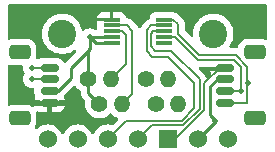
<source format=gtl>
%TF.GenerationSoftware,KiCad,Pcbnew,7.0.1-3b83917a11~172~ubuntu20.04.1*%
%TF.CreationDate,2023-03-30T19:27:03-04:00*%
%TF.ProjectId,I2C-ToF-Companion,4932432d-546f-4462-9d43-6f6d70616e69,rev?*%
%TF.SameCoordinates,Original*%
%TF.FileFunction,Copper,L1,Top*%
%TF.FilePolarity,Positive*%
%FSLAX46Y46*%
G04 Gerber Fmt 4.6, Leading zero omitted, Abs format (unit mm)*
G04 Created by KiCad (PCBNEW 7.0.1-3b83917a11~172~ubuntu20.04.1) date 2023-03-30 19:27:03*
%MOMM*%
%LPD*%
G01*
G04 APERTURE LIST*
G04 Aperture macros list*
%AMRoundRect*
0 Rectangle with rounded corners*
0 $1 Rounding radius*
0 $2 $3 $4 $5 $6 $7 $8 $9 X,Y pos of 4 corners*
0 Add a 4 corners polygon primitive as box body*
4,1,4,$2,$3,$4,$5,$6,$7,$8,$9,$2,$3,0*
0 Add four circle primitives for the rounded corners*
1,1,$1+$1,$2,$3*
1,1,$1+$1,$4,$5*
1,1,$1+$1,$6,$7*
1,1,$1+$1,$8,$9*
0 Add four rect primitives between the rounded corners*
20,1,$1+$1,$2,$3,$4,$5,0*
20,1,$1+$1,$4,$5,$6,$7,0*
20,1,$1+$1,$6,$7,$8,$9,0*
20,1,$1+$1,$8,$9,$2,$3,0*%
G04 Aperture macros list end*
%TA.AperFunction,WasherPad*%
%ADD10C,2.400000*%
%TD*%
%TA.AperFunction,SMDPad,CuDef*%
%ADD11R,1.425000X0.300000*%
%TD*%
%TA.AperFunction,ComponentPad*%
%ADD12C,1.400000*%
%TD*%
%TA.AperFunction,ComponentPad*%
%ADD13O,1.400000X1.400000*%
%TD*%
%TA.AperFunction,ComponentPad*%
%ADD14C,1.524000*%
%TD*%
%TA.AperFunction,ComponentPad*%
%ADD15R,1.524000X1.524000*%
%TD*%
%TA.AperFunction,SMDPad,CuDef*%
%ADD16RoundRect,0.150000X0.625000X-0.150000X0.625000X0.150000X-0.625000X0.150000X-0.625000X-0.150000X0*%
%TD*%
%TA.AperFunction,SMDPad,CuDef*%
%ADD17RoundRect,0.250000X0.650000X-0.350000X0.650000X0.350000X-0.650000X0.350000X-0.650000X-0.350000X0*%
%TD*%
%TA.AperFunction,SMDPad,CuDef*%
%ADD18RoundRect,0.150000X-0.625000X0.150000X-0.625000X-0.150000X0.625000X-0.150000X0.625000X0.150000X0*%
%TD*%
%TA.AperFunction,SMDPad,CuDef*%
%ADD19RoundRect,0.250000X-0.650000X0.350000X-0.650000X-0.350000X0.650000X-0.350000X0.650000X0.350000X0*%
%TD*%
%TA.AperFunction,ViaPad*%
%ADD20C,0.500000*%
%TD*%
%TA.AperFunction,Conductor*%
%ADD21C,0.127000*%
%TD*%
%TA.AperFunction,Conductor*%
%ADD22C,0.200000*%
%TD*%
%TA.AperFunction,Conductor*%
%ADD23C,0.250000*%
%TD*%
G04 APERTURE END LIST*
D10*
X154990800Y-71069200D03*
D11*
X146378000Y-69866000D03*
X146378000Y-70366000D03*
X146378000Y-70866000D03*
X146378000Y-71366000D03*
X146378000Y-71866000D03*
X150802000Y-71866000D03*
X150802000Y-71366000D03*
X150802000Y-70866000D03*
X150802000Y-70366000D03*
X150802000Y-69866000D03*
D12*
X145343800Y-77012800D03*
D13*
X147243800Y-77012800D03*
D14*
X156210000Y-80010000D03*
X153670000Y-80010000D03*
D15*
X151130000Y-80010000D03*
D14*
X148590000Y-80010000D03*
X146050000Y-80010000D03*
X143510000Y-80010000D03*
X140970000Y-80010000D03*
D12*
X144412800Y-74904600D03*
D13*
X146312800Y-74904600D03*
D12*
X149285200Y-74904600D03*
D13*
X151185200Y-74904600D03*
D16*
X141122400Y-76930000D03*
X141122400Y-75930000D03*
X141122400Y-74930000D03*
X141122400Y-73930000D03*
D17*
X138597400Y-78230000D03*
X138597400Y-72630000D03*
D10*
X142189200Y-71069200D03*
D18*
X155977200Y-73938000D03*
X155977200Y-74938000D03*
X155977200Y-75938000D03*
X155977200Y-76938000D03*
D19*
X158502200Y-72638000D03*
X158502200Y-78238000D03*
D12*
X150114600Y-77012800D03*
D13*
X152014600Y-77012800D03*
D20*
X143205200Y-78054200D03*
X144526000Y-71374000D03*
X155143200Y-78486000D03*
X144526000Y-69850000D03*
X157327600Y-75946000D03*
X139598400Y-74930000D03*
X139623800Y-73939400D03*
X157886400Y-75260200D03*
D21*
X148590000Y-80010000D02*
X149799124Y-78800876D01*
X149799124Y-78800876D02*
X152435476Y-78800876D01*
X152435476Y-78800876D02*
X153822400Y-77413952D01*
X153822400Y-77413952D02*
X153822400Y-74909848D01*
X151429552Y-72517000D02*
X150063500Y-72517000D01*
X153822400Y-74909848D02*
X151429552Y-72517000D01*
X149679000Y-72132500D02*
X149679000Y-71099500D01*
X150063500Y-72517000D02*
X149679000Y-72132500D01*
X149679000Y-71099500D02*
X149912500Y-70866000D01*
X149912500Y-70866000D02*
X150802000Y-70866000D01*
X146050000Y-80010000D02*
X147586124Y-78473876D01*
X147586124Y-78473876D02*
X152300028Y-78473876D01*
X152300028Y-78473876D02*
X153390600Y-77383304D01*
X153390600Y-77383304D02*
X153390600Y-75234800D01*
X153390600Y-75234800D02*
X151155400Y-72999600D01*
X149352000Y-72517000D02*
X149352000Y-70764400D01*
X149352000Y-70764400D02*
X149750400Y-70366000D01*
X151155400Y-72999600D02*
X149834600Y-72999600D01*
X149834600Y-72999600D02*
X149352000Y-72517000D01*
X149750400Y-70366000D02*
X150802000Y-70366000D01*
D22*
X146378000Y-70366000D02*
X147658200Y-70366000D01*
X147658200Y-70366000D02*
X148107400Y-70815200D01*
X148107400Y-76149200D02*
X147243800Y-77012800D01*
X148107400Y-70815200D02*
X148107400Y-76149200D01*
D23*
X144526000Y-72339200D02*
X142925800Y-73939400D01*
X144526000Y-71374000D02*
X144526000Y-72339200D01*
X141849600Y-75930000D02*
X141122400Y-75930000D01*
X142925800Y-73939400D02*
X142925800Y-74853800D01*
X142925800Y-74853800D02*
X141849600Y-75930000D01*
D22*
X146312800Y-74904600D02*
X147616800Y-73600600D01*
X146378000Y-70866000D02*
X147267500Y-70866000D01*
X147267500Y-70866000D02*
X147616800Y-71215300D01*
X147616800Y-71215300D02*
X147616800Y-73600600D01*
D23*
X144412800Y-76081800D02*
X145343800Y-77012800D01*
X145558000Y-71866000D02*
X146378000Y-71866000D01*
X145542000Y-71882000D02*
X145558000Y-71866000D01*
X144526000Y-71374000D02*
X146370000Y-71374000D01*
X155194000Y-78486000D02*
X153670000Y-80010000D01*
X144412800Y-74904600D02*
X144412800Y-76081800D01*
X144526000Y-71374000D02*
X145034000Y-71882000D01*
X145034000Y-71882000D02*
X145542000Y-71882000D01*
X154686000Y-77978000D02*
X154686000Y-75590400D01*
X144412800Y-72409951D02*
X144412800Y-74904600D01*
X154686000Y-75590400D02*
X155338400Y-74938000D01*
X144526000Y-72296751D02*
X144412800Y-72409951D01*
X155194000Y-78486000D02*
X154686000Y-77978000D01*
X144526000Y-71374000D02*
X144526000Y-72296751D01*
X144542000Y-69866000D02*
X144526000Y-69850000D01*
D22*
X154228800Y-77521618D02*
X151740418Y-80010000D01*
D23*
X144526000Y-69850000D02*
X146362000Y-69850000D01*
D22*
X154228800Y-75275004D02*
X154228800Y-77521618D01*
X155565804Y-73938000D02*
X154228800Y-75275004D01*
X157327600Y-73877004D02*
X156704196Y-73253600D01*
D21*
X150802000Y-71366000D02*
X151706200Y-71366000D01*
D22*
X157319600Y-75938000D02*
X157327600Y-75946000D01*
X153652100Y-73253600D02*
X156704196Y-73253600D01*
X139598400Y-74930000D02*
X141122400Y-74930000D01*
X157327600Y-75946000D02*
X157327600Y-73877004D01*
X151764500Y-71366000D02*
X150802000Y-71366000D01*
X151764500Y-71366000D02*
X153652100Y-73253600D01*
X155977200Y-75938000D02*
X157319600Y-75938000D01*
X139633200Y-73930000D02*
X139623800Y-73939400D01*
X156869882Y-72853600D02*
X153817786Y-72853600D01*
X141122400Y-73930000D02*
X139633200Y-73930000D01*
X151603200Y-69866000D02*
X150802000Y-69866000D01*
X157861000Y-76924067D02*
X157877600Y-76907467D01*
D21*
X150802000Y-69866000D02*
X151691500Y-69866000D01*
D22*
X155977200Y-76938000D02*
X157847067Y-76938000D01*
X153817786Y-72853600D02*
X152019000Y-71054814D01*
X157847067Y-76938000D02*
X157861000Y-76924067D01*
X152019000Y-70281800D02*
X151603200Y-69866000D01*
X152019000Y-71054814D02*
X152019000Y-70281800D01*
X157877600Y-73861318D02*
X156869882Y-72853600D01*
X157877600Y-76907467D02*
X157877600Y-73861318D01*
%TA.AperFunction,Conductor*%
G36*
X137745304Y-73703663D02*
G01*
X137794602Y-73719999D01*
X137802825Y-73720839D01*
X137897391Y-73730500D01*
X138753332Y-73730499D01*
X138819304Y-73749505D01*
X138865052Y-73800697D01*
X138876552Y-73868383D01*
X138868550Y-73939399D01*
X138887486Y-74107456D01*
X138887486Y-74107458D01*
X138887487Y-74107459D01*
X138943344Y-74267090D01*
X138994308Y-74348199D01*
X138994508Y-74348516D01*
X139013514Y-74414488D01*
X138994508Y-74480460D01*
X138917944Y-74602309D01*
X138862086Y-74761943D01*
X138843150Y-74929999D01*
X138862086Y-75098056D01*
X138862086Y-75098058D01*
X138862087Y-75098059D01*
X138917944Y-75257690D01*
X139007923Y-75400890D01*
X139127510Y-75520477D01*
X139270710Y-75610456D01*
X139430341Y-75666313D01*
X139598400Y-75685249D01*
X139709016Y-75672786D01*
X139776701Y-75684286D01*
X139827894Y-75730034D01*
X139846900Y-75796006D01*
X139846900Y-76145692D01*
X139849802Y-76182572D01*
X139895655Y-76340396D01*
X139895656Y-76340398D01*
X139904992Y-76356184D01*
X139911607Y-76367370D01*
X139928874Y-76430488D01*
X139911608Y-76493608D01*
X139896117Y-76519802D01*
X139850300Y-76677507D01*
X139850104Y-76679999D01*
X139850105Y-76680000D01*
X140213352Y-76680000D01*
X140247947Y-76684924D01*
X140394827Y-76727597D01*
X140394831Y-76727598D01*
X140431706Y-76730500D01*
X141813092Y-76730500D01*
X141813094Y-76730500D01*
X141849969Y-76727598D01*
X141937227Y-76702247D01*
X141996853Y-76684924D01*
X142031448Y-76680000D01*
X142394695Y-76680000D01*
X142394695Y-76679999D01*
X142394499Y-76677511D01*
X142348680Y-76519799D01*
X142333193Y-76493611D01*
X142315925Y-76430489D01*
X142333193Y-76367369D01*
X142349144Y-76340398D01*
X142350642Y-76335240D01*
X142382037Y-76282151D01*
X143178508Y-75485680D01*
X143228141Y-75455344D01*
X143286150Y-75450980D01*
X143339765Y-75473552D01*
X143377185Y-75518089D01*
X143378027Y-75519778D01*
X143387743Y-75539291D01*
X143521817Y-75716835D01*
X143686239Y-75866725D01*
X143728578Y-75892941D01*
X143771629Y-75938028D01*
X143787300Y-75998367D01*
X143787300Y-75999056D01*
X143785035Y-76019562D01*
X143787239Y-76089673D01*
X143787300Y-76093568D01*
X143787300Y-76121149D01*
X143787803Y-76125134D01*
X143788718Y-76136767D01*
X143790090Y-76180426D01*
X143795679Y-76199660D01*
X143799625Y-76218716D01*
X143802135Y-76238592D01*
X143818214Y-76279204D01*
X143821997Y-76290251D01*
X143834182Y-76332191D01*
X143844380Y-76349435D01*
X143852936Y-76366900D01*
X143860314Y-76385532D01*
X143860315Y-76385533D01*
X143885980Y-76420859D01*
X143892393Y-76430622D01*
X143914626Y-76468216D01*
X143914629Y-76468219D01*
X143914630Y-76468220D01*
X143928795Y-76482385D01*
X143941427Y-76497175D01*
X143953206Y-76513387D01*
X143960960Y-76519802D01*
X143986858Y-76541226D01*
X143995499Y-76549089D01*
X144124654Y-76678244D01*
X144156991Y-76734753D01*
X144156474Y-76779519D01*
X144159745Y-76779823D01*
X144138157Y-77012799D01*
X144158685Y-77234337D01*
X144219569Y-77448326D01*
X144318741Y-77647488D01*
X144452819Y-77825037D01*
X144617237Y-77974924D01*
X144806395Y-78092045D01*
X144806397Y-78092045D01*
X144806399Y-78092047D01*
X145013860Y-78172418D01*
X145232557Y-78213300D01*
X145455041Y-78213300D01*
X145455043Y-78213300D01*
X145673740Y-78172418D01*
X145881201Y-78092047D01*
X146070362Y-77974924D01*
X146210263Y-77847386D01*
X146263555Y-77818770D01*
X146324045Y-77818770D01*
X146377336Y-77847386D01*
X146435948Y-77900818D01*
X146517240Y-77974926D01*
X146706395Y-78092045D01*
X146706397Y-78092045D01*
X146706399Y-78092047D01*
X146863343Y-78152847D01*
X146913023Y-78188159D01*
X146939877Y-78242879D01*
X146937414Y-78303782D01*
X146906228Y-78356154D01*
X146502389Y-78759993D01*
X146446801Y-78792087D01*
X146382616Y-78792087D01*
X146270068Y-78761930D01*
X146270067Y-78761929D01*
X146270064Y-78761929D01*
X146049999Y-78742676D01*
X145829934Y-78761929D01*
X145616548Y-78819106D01*
X145416338Y-78912466D01*
X145235379Y-79039174D01*
X145079174Y-79195379D01*
X144952466Y-79376338D01*
X144892382Y-79505189D01*
X144846625Y-79557365D01*
X144780000Y-79576784D01*
X144713375Y-79557365D01*
X144667618Y-79505189D01*
X144623834Y-79411295D01*
X144607534Y-79376339D01*
X144480826Y-79195380D01*
X144324620Y-79039174D01*
X144143662Y-78912466D01*
X144132656Y-78907334D01*
X143943451Y-78819106D01*
X143730065Y-78761929D01*
X143509999Y-78742676D01*
X143289934Y-78761929D01*
X143076548Y-78819106D01*
X142876338Y-78912466D01*
X142695379Y-79039174D01*
X142539174Y-79195379D01*
X142412466Y-79376338D01*
X142352382Y-79505189D01*
X142306625Y-79557365D01*
X142240000Y-79576784D01*
X142173375Y-79557365D01*
X142127618Y-79505189D01*
X142083834Y-79411295D01*
X142067534Y-79376339D01*
X141940826Y-79195380D01*
X141784620Y-79039174D01*
X141603662Y-78912466D01*
X141592656Y-78907334D01*
X141403451Y-78819106D01*
X141190065Y-78761929D01*
X140969999Y-78742676D01*
X140749934Y-78761929D01*
X140536548Y-78819106D01*
X140336338Y-78912466D01*
X140155381Y-79039172D01*
X140098056Y-79096498D01*
X140047088Y-79127257D01*
X139987659Y-79130718D01*
X139933465Y-79106083D01*
X139896998Y-79059031D01*
X139886661Y-79000406D01*
X139904837Y-78943719D01*
X139932214Y-78899334D01*
X139987399Y-78732797D01*
X139997900Y-78630009D01*
X139997899Y-77829992D01*
X139991308Y-77765475D01*
X140003003Y-77698956D01*
X140047828Y-77648431D01*
X140112484Y-77628895D01*
X140177787Y-77646144D01*
X140237202Y-77681282D01*
X140394906Y-77727099D01*
X140431761Y-77730000D01*
X140872400Y-77730000D01*
X140872400Y-77180000D01*
X141372400Y-77180000D01*
X141372400Y-77730000D01*
X141813039Y-77730000D01*
X141849893Y-77727099D01*
X142007597Y-77681282D01*
X142148957Y-77597682D01*
X142265082Y-77481557D01*
X142348680Y-77340200D01*
X142394499Y-77182488D01*
X142394695Y-77180000D01*
X141372400Y-77180000D01*
X140872400Y-77180000D01*
X139850105Y-77180000D01*
X139834572Y-77196802D01*
X139833480Y-77202283D01*
X139787672Y-77251727D01*
X139722767Y-77269904D01*
X139657942Y-77251443D01*
X139566734Y-77195186D01*
X139400197Y-77140000D01*
X139297409Y-77129500D01*
X137897391Y-77129500D01*
X137794603Y-77140000D01*
X137745304Y-77156337D01*
X137687437Y-77161188D01*
X137633707Y-77139161D01*
X137595897Y-77095087D01*
X137582300Y-77038631D01*
X137582300Y-73821369D01*
X137595897Y-73764913D01*
X137633707Y-73720839D01*
X137687437Y-73698812D01*
X137745304Y-73703663D01*
G37*
%TD.AperFunction*%
%TA.AperFunction,Conductor*%
G36*
X156165200Y-73870713D02*
G01*
X156210587Y-73916100D01*
X156227200Y-73978100D01*
X156227200Y-74013500D01*
X156210587Y-74075500D01*
X156165200Y-74120887D01*
X156103200Y-74137500D01*
X155286506Y-74137500D01*
X155274214Y-74138467D01*
X155249627Y-74140402D01*
X155102747Y-74183076D01*
X155068152Y-74188000D01*
X154704904Y-74188000D01*
X154705100Y-74190488D01*
X154750919Y-74348199D01*
X154766407Y-74374389D01*
X154783674Y-74437508D01*
X154766408Y-74500627D01*
X154750455Y-74527602D01*
X154712756Y-74657362D01*
X154681361Y-74710447D01*
X154578472Y-74813336D01*
X154526786Y-74844316D01*
X154466600Y-74847272D01*
X154412126Y-74821508D01*
X154376230Y-74773108D01*
X154359587Y-74732930D01*
X154315053Y-74625415D01*
X154296901Y-74601759D01*
X154224650Y-74507598D01*
X154201504Y-74489837D01*
X154189312Y-74479144D01*
X153775950Y-74065781D01*
X153745700Y-74016418D01*
X153741158Y-73958702D01*
X153763313Y-73905215D01*
X153807336Y-73867615D01*
X153863631Y-73854100D01*
X156103200Y-73854100D01*
X156165200Y-73870713D01*
G37*
%TD.AperFunction*%
%TA.AperFunction,Conductor*%
G36*
X159484900Y-68597113D02*
G01*
X159530287Y-68642500D01*
X159546900Y-68704500D01*
X159546900Y-71456440D01*
X159533303Y-71512896D01*
X159495493Y-71556970D01*
X159441762Y-71578997D01*
X159383898Y-71574146D01*
X159329628Y-71556163D01*
X159304995Y-71548000D01*
X159202209Y-71537500D01*
X157802191Y-71537500D01*
X157699403Y-71548000D01*
X157532865Y-71603186D01*
X157383542Y-71695288D01*
X157259488Y-71819342D01*
X157167386Y-71968665D01*
X157112200Y-72135202D01*
X157110597Y-72150901D01*
X157087061Y-72211862D01*
X157035802Y-72252393D01*
X156971056Y-72261237D01*
X156948977Y-72258331D01*
X156948976Y-72258330D01*
X156869882Y-72247917D01*
X156842045Y-72251582D01*
X156838579Y-72252039D01*
X156822395Y-72253100D01*
X156479181Y-72253100D01*
X156413209Y-72234094D01*
X156367461Y-72182901D01*
X156355961Y-72115216D01*
X156382234Y-72051787D01*
X156399759Y-72029812D01*
X156527193Y-71809088D01*
X156620308Y-71571837D01*
X156677022Y-71323357D01*
X156696068Y-71069200D01*
X156677022Y-70815043D01*
X156620308Y-70566563D01*
X156527193Y-70329312D01*
X156399759Y-70108588D01*
X156240850Y-69909323D01*
X156054017Y-69735968D01*
X155843434Y-69592395D01*
X155613804Y-69481811D01*
X155370258Y-69406687D01*
X155118235Y-69368700D01*
X154863365Y-69368700D01*
X154611342Y-69406687D01*
X154367796Y-69481811D01*
X154138166Y-69592395D01*
X154045401Y-69655641D01*
X153927581Y-69735969D01*
X153800276Y-69854091D01*
X153740750Y-69909323D01*
X153695304Y-69966311D01*
X153581838Y-70108592D01*
X153454408Y-70329308D01*
X153361292Y-70566562D01*
X153304577Y-70815045D01*
X153285531Y-71069200D01*
X153293197Y-71171495D01*
X153283198Y-71230348D01*
X153246857Y-71277708D01*
X153192597Y-71302599D01*
X153132994Y-71299252D01*
X153081863Y-71268442D01*
X152655819Y-70842398D01*
X152628939Y-70802170D01*
X152619500Y-70754717D01*
X152619500Y-70329287D01*
X152620561Y-70313101D01*
X152624682Y-70281799D01*
X152621964Y-70261160D01*
X152604044Y-70125038D01*
X152543536Y-69978959D01*
X152493346Y-69913550D01*
X152447722Y-69854091D01*
X152447282Y-69853517D01*
X152422229Y-69834294D01*
X152410034Y-69823599D01*
X152213014Y-69626579D01*
X152186134Y-69586351D01*
X152184153Y-69581567D01*
X152093750Y-69463750D01*
X151975933Y-69373347D01*
X151964715Y-69368700D01*
X151929423Y-69354081D01*
X151911445Y-69343702D01*
X151832799Y-69311125D01*
X151793511Y-69294852D01*
X151766658Y-69279560D01*
X151756831Y-69272204D01*
X151756828Y-69272203D01*
X151756827Y-69272202D01*
X151621985Y-69221909D01*
X151602112Y-69219772D01*
X151562373Y-69215500D01*
X151562369Y-69215500D01*
X150041630Y-69215500D01*
X149982015Y-69221909D01*
X149847169Y-69272204D01*
X149731954Y-69358454D01*
X149645704Y-69473668D01*
X149601755Y-69591501D01*
X149595409Y-69608517D01*
X149590343Y-69655641D01*
X149589000Y-69668131D01*
X149589000Y-69739530D01*
X149579561Y-69786983D01*
X149552681Y-69827211D01*
X149512452Y-69854091D01*
X149465967Y-69873345D01*
X149382076Y-69937716D01*
X149382075Y-69937719D01*
X149348149Y-69963750D01*
X149330394Y-69986888D01*
X149319701Y-69999080D01*
X148985080Y-70333701D01*
X148972888Y-70344394D01*
X148949749Y-70362150D01*
X148914598Y-70407958D01*
X148914588Y-70407973D01*
X148859345Y-70479968D01*
X148853099Y-70495048D01*
X148814024Y-70545971D01*
X148754723Y-70570533D01*
X148691086Y-70562155D01*
X148640163Y-70523080D01*
X148583421Y-70449133D01*
X148583420Y-70449132D01*
X148535682Y-70386917D01*
X148510629Y-70367694D01*
X148498434Y-70356999D01*
X148116399Y-69974964D01*
X148105703Y-69962768D01*
X148086481Y-69937716D01*
X147961041Y-69841464D01*
X147823508Y-69784496D01*
X147818712Y-69782509D01*
X147815412Y-69781014D01*
X147696257Y-69765327D01*
X147644989Y-69746436D01*
X147606817Y-69707344D01*
X147589152Y-69655641D01*
X147584097Y-69608624D01*
X147533852Y-69473910D01*
X147447688Y-69358811D01*
X147332589Y-69272647D01*
X147197875Y-69222402D01*
X147138324Y-69216000D01*
X146528000Y-69216000D01*
X146528000Y-69591500D01*
X146511388Y-69653499D01*
X146466001Y-69698886D01*
X146404002Y-69715500D01*
X146378002Y-69715500D01*
X146352000Y-69715500D01*
X146290001Y-69698889D01*
X146244613Y-69653502D01*
X146228000Y-69591501D01*
X146228000Y-69216000D01*
X145617676Y-69216000D01*
X145558124Y-69222402D01*
X145423410Y-69272647D01*
X145308311Y-69358811D01*
X145222147Y-69473910D01*
X145171902Y-69608624D01*
X145165500Y-69668176D01*
X145165500Y-69716000D01*
X145166872Y-69716000D01*
X145232039Y-69734505D01*
X145277756Y-69784496D01*
X145290378Y-69851053D01*
X145266139Y-69914311D01*
X145227212Y-69966311D01*
X145183449Y-70002884D01*
X145177120Y-70004379D01*
X145165500Y-70016000D01*
X145165500Y-70063828D01*
X145169431Y-70100400D01*
X145169431Y-70126904D01*
X145165000Y-70168127D01*
X145165000Y-70563871D01*
X145169179Y-70602746D01*
X145169179Y-70629250D01*
X145168265Y-70637753D01*
X145147666Y-70694002D01*
X145103103Y-70734031D01*
X145044975Y-70748500D01*
X144976876Y-70748500D01*
X144910904Y-70729494D01*
X144853690Y-70693544D01*
X144753362Y-70658438D01*
X144694059Y-70637687D01*
X144694058Y-70637686D01*
X144694056Y-70637686D01*
X144526000Y-70618750D01*
X144357943Y-70637686D01*
X144270948Y-70668127D01*
X144198310Y-70693544D01*
X144055110Y-70783523D01*
X144055108Y-70783524D01*
X144043280Y-70790957D01*
X144041679Y-70788410D01*
X144004880Y-70809422D01*
X143939584Y-70808500D01*
X143883812Y-70774533D01*
X143853031Y-70716943D01*
X143818708Y-70566563D01*
X143725593Y-70329312D01*
X143598159Y-70108588D01*
X143439250Y-69909323D01*
X143252417Y-69735968D01*
X143041834Y-69592395D01*
X142812204Y-69481811D01*
X142568658Y-69406687D01*
X142316635Y-69368700D01*
X142061765Y-69368700D01*
X141809742Y-69406687D01*
X141566196Y-69481811D01*
X141336566Y-69592395D01*
X141243801Y-69655641D01*
X141125981Y-69735969D01*
X140998676Y-69854091D01*
X140939150Y-69909323D01*
X140893704Y-69966311D01*
X140780238Y-70108592D01*
X140652808Y-70329308D01*
X140559692Y-70566562D01*
X140502977Y-70815045D01*
X140483931Y-71069200D01*
X140502977Y-71323354D01*
X140559692Y-71571837D01*
X140652808Y-71809091D01*
X140745082Y-71968915D01*
X140780241Y-72029812D01*
X140939150Y-72229077D01*
X141125983Y-72402432D01*
X141336566Y-72546005D01*
X141566196Y-72656589D01*
X141809742Y-72731713D01*
X142061765Y-72769700D01*
X142316635Y-72769700D01*
X142568658Y-72731713D01*
X142812204Y-72656589D01*
X143041834Y-72546005D01*
X143183571Y-72449370D01*
X143240305Y-72428520D01*
X143300158Y-72436969D01*
X143348905Y-72472712D01*
X143374962Y-72527254D01*
X143372138Y-72587634D01*
X143341102Y-72639505D01*
X142542008Y-73438599D01*
X142525908Y-73451497D01*
X142505787Y-73472924D01*
X142458313Y-73504374D01*
X142401788Y-73511288D01*
X142348134Y-73492208D01*
X142308667Y-73451159D01*
X142265481Y-73378135D01*
X142149265Y-73261919D01*
X142141110Y-73257096D01*
X142007797Y-73178255D01*
X141849972Y-73132402D01*
X141827843Y-73130660D01*
X141813094Y-73129500D01*
X140431706Y-73129500D01*
X140419414Y-73130467D01*
X140394827Y-73132402D01*
X140237000Y-73178255D01*
X140177850Y-73213237D01*
X140112547Y-73230486D01*
X140047891Y-73210949D01*
X140003067Y-73160424D01*
X139991372Y-73093904D01*
X139997900Y-73030009D01*
X139997899Y-72229992D01*
X139997805Y-72229076D01*
X139987399Y-72127203D01*
X139972884Y-72083401D01*
X139932214Y-71960666D01*
X139860819Y-71844915D01*
X139840111Y-71811342D01*
X139716057Y-71687288D01*
X139566734Y-71595186D01*
X139400197Y-71540000D01*
X139297409Y-71529500D01*
X137897391Y-71529500D01*
X137794603Y-71540000D01*
X137745304Y-71556337D01*
X137687437Y-71561188D01*
X137633707Y-71539161D01*
X137595897Y-71495087D01*
X137582300Y-71438631D01*
X137582300Y-68704500D01*
X137598913Y-68642500D01*
X137644300Y-68597113D01*
X137706300Y-68580500D01*
X159422900Y-68580500D01*
X159484900Y-68597113D01*
G37*
%TD.AperFunction*%
M02*

</source>
